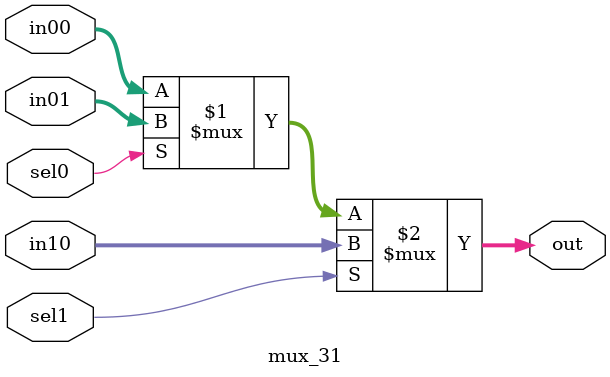
<source format=v>
module mux_31 (
  input  wire             sel1,
  input  wire             sel0,
  input  wire [1:0]       in10,
  input  wire [1:0]       in01,
  input  wire [1:0]       in00,
  output wire [1:0]       out
);

  assign out = sel1? in10 : (sel0? in01: in00);

endmodule
</source>
